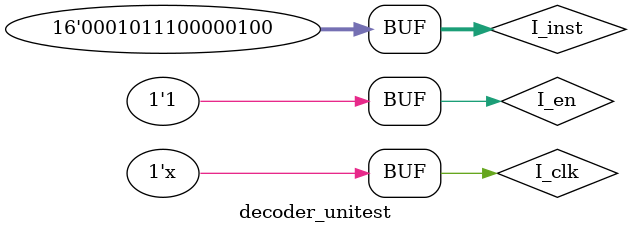
<source format=v>
`timescale 1ns / 1ps


module decoder_unitest();
  reg I_clk;
  reg I_en;
  reg [15:0] I_inst;
  wire [4:0] O_aluop;
  wire [3:0] O_selA;
  wire [3:0] O_selB;
  wire [3:0] O_selD;
  wire [15:0] O_imm;
  wire O_regwe;


 inst_dec  inst_unit(

     I_inst,
    I_clk,
    I_en,
   
     O_aluop,
    O_selA,
    O_selB,   
    O_selD,
    O_imm,
    O_regwe
    );
    
    initial begin
      I_clk <=0;
      I_en <=0;
      I_inst <=0;
       #10;
       I_inst=16'b0001011100000100;
       #10;
       I_en=1;
     end
     
     
     always begin
     #5;
     I_clk=~I_clk;
     end
endmodule

</source>
